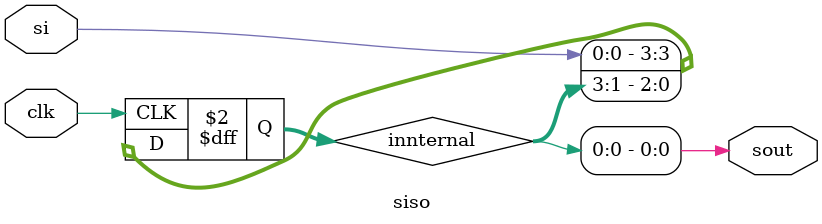
<source format=v>
module siso (clk,si ,sout ); 
input clk,si ; 

output sout  ; 

reg [3:0]innternal ; 

always@(posedge clk )
begin 

innternal [3]<=si ; 
innternal [2]<=innternal [3] ; 
innternal [1]<=innternal [2] ; 
innternal [0]<=innternal [1] ; 

end 
assign sout = innternal[0]; 

endmodule 
</source>
